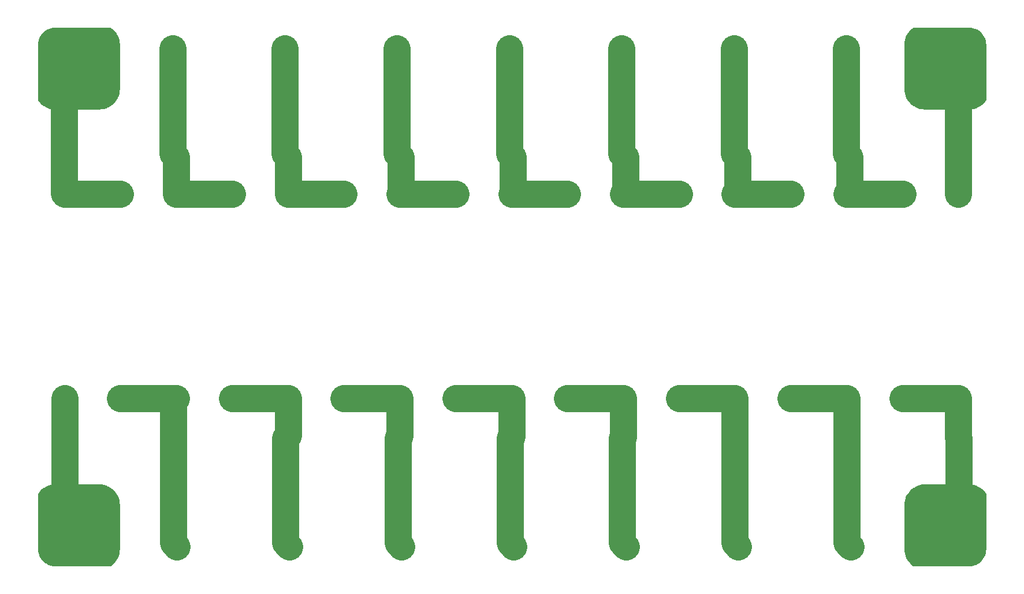
<source format=gbr>
%TF.GenerationSoftware,KiCad,Pcbnew,8.0.3*%
%TF.CreationDate,2025-04-22T09:56:44+02:00*%
%TF.ProjectId,cascade,63617363-6164-4652-9e6b-696361645f70,rev?*%
%TF.SameCoordinates,Original*%
%TF.FileFunction,Copper,L2,Bot*%
%TF.FilePolarity,Positive*%
%FSLAX46Y46*%
G04 Gerber Fmt 4.6, Leading zero omitted, Abs format (unit mm)*
G04 Created by KiCad (PCBNEW 8.0.3) date 2025-04-22 09:56:44*
%MOMM*%
%LPD*%
G01*
G04 APERTURE LIST*
%TA.AperFunction,ComponentPad*%
%ADD10R,2.500000X2.500000*%
%TD*%
%TA.AperFunction,ComponentPad*%
%ADD11O,2.500000X2.500000*%
%TD*%
%TA.AperFunction,ComponentPad*%
%ADD12C,2.400000*%
%TD*%
%TA.AperFunction,Conductor*%
%ADD13C,4.000000*%
%TD*%
G04 APERTURE END LIST*
D10*
%TO.P,D16,1,K*%
%TO.N,Net-(D15-A)*%
X177222208Y-64899998D03*
D11*
%TO.P,D16,2,A*%
%TO.N,/HV*%
X177222208Y-94899997D03*
%TD*%
D12*
%TO.P,C7,1*%
%TO.N,Net-(D6-A)*%
X103771426Y-116600000D03*
%TO.P,C7,2*%
%TO.N,Net-(D8-A)*%
X119681329Y-100690097D03*
%TD*%
%TO.P,C10,1*%
%TO.N,Net-(D10-K)*%
X120128568Y-59500000D03*
%TO.P,C10,2*%
%TO.N,Net-(D11-A)*%
X136038471Y-43590097D03*
%TD*%
D10*
%TO.P,D12,1,K*%
%TO.N,Net-(D11-A)*%
X144466656Y-64899998D03*
D11*
%TO.P,D12,2,A*%
%TO.N,Net-(D12-A)*%
X144466656Y-94899997D03*
%TD*%
D12*
%TO.P,C4,1*%
%TO.N,Net-(D3-A)*%
X70757142Y-59500000D03*
%TO.P,C4,2*%
%TO.N,Net-(D5-A)*%
X86667045Y-43590097D03*
%TD*%
%TO.P,C9,1*%
%TO.N,Net-(D8-A)*%
X120228568Y-116600000D03*
%TO.P,C9,2*%
%TO.N,Net-(D10-A)*%
X136138471Y-100690097D03*
%TD*%
%TO.P,C3,1*%
%TO.N,Net-(D2-A)*%
X70857142Y-116600000D03*
%TO.P,C3,2*%
%TO.N,Net-(D4-A)*%
X86767045Y-100690097D03*
%TD*%
%TO.P,C6,1*%
%TO.N,Net-(D5-A)*%
X87214284Y-59500000D03*
%TO.P,C6,2*%
%TO.N,Net-(D7-A)*%
X103124187Y-43590097D03*
%TD*%
D10*
%TO.P,D1,1,K*%
%TO.N,GND*%
X54388888Y-94899999D03*
D11*
%TO.P,D1,2,A*%
%TO.N,/Vin+*%
X54388888Y-64900000D03*
%TD*%
D10*
%TO.P,D13,1,K*%
%TO.N,Net-(D12-A)*%
X152655544Y-94899999D03*
D11*
%TO.P,D13,2,A*%
%TO.N,Net-(D13-A)*%
X152655544Y-64900000D03*
%TD*%
D10*
%TO.P,D15,1,K*%
%TO.N,Net-(D14-A)*%
X169033320Y-94899999D03*
D11*
%TO.P,D15,2,A*%
%TO.N,Net-(D15-A)*%
X169033320Y-64900000D03*
%TD*%
D12*
%TO.P,C5,1*%
%TO.N,Net-(D4-A)*%
X87314284Y-116600000D03*
%TO.P,C5,2*%
%TO.N,Net-(D6-A)*%
X103224187Y-100690097D03*
%TD*%
%TO.P,C2,1*%
%TO.N,/Vin+*%
X54300000Y-59500000D03*
%TO.P,C2,2*%
%TO.N,Net-(D3-A)*%
X70209903Y-43590097D03*
%TD*%
D10*
%TO.P,D4,1,K*%
%TO.N,Net-(D3-A)*%
X78955552Y-64899998D03*
D11*
%TO.P,D4,2,A*%
%TO.N,Net-(D4-A)*%
X78955552Y-94899997D03*
%TD*%
D12*
%TO.P,C1,1*%
%TO.N,GND*%
X54400000Y-116600000D03*
%TO.P,C1,2*%
%TO.N,Net-(D2-A)*%
X70309903Y-100690097D03*
%TD*%
%TO.P,C13,1*%
%TO.N,Net-(D12-A)*%
X153142852Y-116600000D03*
%TO.P,C13,2*%
%TO.N,Net-(D14-A)*%
X169052755Y-100690097D03*
%TD*%
D10*
%TO.P,D5,1,K*%
%TO.N,Net-(D4-A)*%
X87144440Y-94899999D03*
D11*
%TO.P,D5,2,A*%
%TO.N,Net-(D5-A)*%
X87144440Y-64900000D03*
%TD*%
D10*
%TO.P,D3,1,K*%
%TO.N,Net-(D2-A)*%
X70766664Y-94899999D03*
D11*
%TO.P,D3,2,A*%
%TO.N,Net-(D3-A)*%
X70766664Y-64900000D03*
%TD*%
D12*
%TO.P,C12,1*%
%TO.N,Net-(D11-A)*%
X136585710Y-59500000D03*
%TO.P,C12,2*%
%TO.N,Net-(D13-A)*%
X152495613Y-43590097D03*
%TD*%
%TO.P,C8,1*%
%TO.N,Net-(D7-A)*%
X103671426Y-59500000D03*
%TO.P,C8,2*%
%TO.N,Net-(D10-K)*%
X119581329Y-43590097D03*
%TD*%
D10*
%TO.P,D14,1,K*%
%TO.N,Net-(D13-A)*%
X160844432Y-64899998D03*
D11*
%TO.P,D14,2,A*%
%TO.N,Net-(D14-A)*%
X160844432Y-94899997D03*
%TD*%
D12*
%TO.P,C15,1*%
%TO.N,Net-(D14-A)*%
X169599994Y-116600000D03*
%TO.P,C15,2*%
%TO.N,/HV*%
X185509897Y-100690097D03*
%TD*%
D10*
%TO.P,D8,1,K*%
%TO.N,Net-(D7-A)*%
X111711104Y-64899998D03*
D11*
%TO.P,D8,2,A*%
%TO.N,Net-(D8-A)*%
X111711104Y-94899997D03*
%TD*%
D10*
%TO.P,D7,1,K*%
%TO.N,Net-(D6-A)*%
X103522216Y-94899999D03*
D11*
%TO.P,D7,2,A*%
%TO.N,Net-(D7-A)*%
X103522216Y-64900000D03*
%TD*%
D12*
%TO.P,C11,1*%
%TO.N,Net-(D10-A)*%
X136685710Y-116600000D03*
%TO.P,C11,2*%
%TO.N,Net-(D12-A)*%
X152595613Y-100690097D03*
%TD*%
D10*
%TO.P,D9,1,K*%
%TO.N,Net-(D8-A)*%
X119899992Y-94899999D03*
D11*
%TO.P,D9,2,A*%
%TO.N,Net-(D10-K)*%
X119899992Y-64900000D03*
%TD*%
D10*
%TO.P,D2,1,K*%
%TO.N,/Vin+*%
X62577776Y-64899998D03*
D11*
%TO.P,D2,2,A*%
%TO.N,Net-(D2-A)*%
X62577776Y-94899997D03*
%TD*%
D12*
%TO.P,C14,1*%
%TO.N,Net-(D13-A)*%
X153042852Y-59500000D03*
%TO.P,C14,2*%
%TO.N,Net-(D15-A)*%
X168952755Y-43590097D03*
%TD*%
D10*
%TO.P,D6,1,K*%
%TO.N,Net-(D5-A)*%
X95333328Y-64899998D03*
D11*
%TO.P,D6,1.5,A*%
%TO.N,Net-(D6-A)*%
X95333328Y-94899997D03*
%TD*%
D10*
%TO.P,D11,1,K*%
%TO.N,Net-(D10-A)*%
X136277768Y-94899999D03*
D11*
%TO.P,D11,2,A*%
%TO.N,Net-(D11-A)*%
X136277768Y-64900000D03*
%TD*%
D10*
%TO.P,D10,1,K*%
%TO.N,Net-(D10-K)*%
X128088880Y-64899998D03*
D11*
%TO.P,D10,2,A*%
%TO.N,Net-(D10-A)*%
X128088880Y-94899997D03*
%TD*%
D12*
%TO.P,C16,1*%
%TO.N,Net-(D15-A)*%
X169499994Y-59500000D03*
%TO.P,C16,2*%
%TO.N,/Dummy*%
X185409897Y-43590097D03*
%TD*%
D10*
%TO.P,D17,1,K*%
%TO.N,/HV*%
X185411096Y-94899999D03*
D11*
%TO.P,D17,2,A*%
%TO.N,/Dummy*%
X185411096Y-64900000D03*
%TD*%
D13*
%TO.N,Net-(D2-A)*%
X62577776Y-94899997D02*
X70766662Y-94899997D01*
X70309903Y-95356760D02*
X70766664Y-94899999D01*
X70766662Y-94899997D02*
X70766664Y-94899999D01*
X70309903Y-100690097D02*
X70309903Y-116052761D01*
X70309903Y-116052761D02*
X70857142Y-116600000D01*
X70309903Y-100690097D02*
X70309903Y-95356760D01*
%TO.N,GND*%
X54388888Y-116588888D02*
X54400000Y-116600000D01*
X54388888Y-94899999D02*
X54388888Y-116588888D01*
%TO.N,/Vin+*%
X62577774Y-64900000D02*
X62577776Y-64899998D01*
X54300000Y-59500000D02*
X54300000Y-64811112D01*
X54300000Y-64811112D02*
X54388888Y-64900000D01*
X54388888Y-64900000D02*
X62577774Y-64900000D01*
X54300000Y-59500000D02*
X54300000Y-50700000D01*
%TO.N,Net-(D3-A)*%
X78955550Y-64900000D02*
X78955552Y-64899998D01*
X70766664Y-64900000D02*
X78955550Y-64900000D01*
X70209903Y-43590097D02*
X70209903Y-58952761D01*
X70757142Y-59500000D02*
X70757142Y-64890478D01*
X70209903Y-58952761D02*
X70757142Y-59500000D01*
X70757142Y-64890478D02*
X70766664Y-64900000D01*
%TO.N,Net-(D4-A)*%
X87144440Y-94899999D02*
X87144440Y-100312702D01*
X87144438Y-94899997D02*
X87144440Y-94899999D01*
X78955552Y-94899997D02*
X87144438Y-94899997D01*
X86767045Y-116052761D02*
X87314284Y-116600000D01*
X86767045Y-100690097D02*
X86767045Y-116052761D01*
X87144440Y-100312702D02*
X86767045Y-100690097D01*
%TO.N,Net-(D5-A)*%
X86667045Y-58952761D02*
X87214284Y-59500000D01*
X87144440Y-64900000D02*
X95333326Y-64900000D01*
X87214284Y-59500000D02*
X87214284Y-64830156D01*
X95333326Y-64900000D02*
X95333328Y-64899998D01*
X86667045Y-43590097D02*
X86667045Y-58952761D01*
X87214284Y-64830156D02*
X87144440Y-64900000D01*
%TO.N,Net-(D6-A)*%
X95333328Y-94899997D02*
X103522214Y-94899997D01*
X103522214Y-94899997D02*
X103522216Y-94899999D01*
X103224187Y-100690097D02*
X103224187Y-116052761D01*
X103224187Y-116052761D02*
X103771426Y-116600000D01*
X103522216Y-94899999D02*
X103522216Y-100392068D01*
X103522216Y-100392068D02*
X103224187Y-100690097D01*
%TO.N,Net-(D7-A)*%
X103124187Y-43590097D02*
X103124187Y-58952761D01*
X103522216Y-64900000D02*
X111711102Y-64900000D01*
X103671426Y-64750790D02*
X103522216Y-64900000D01*
X111711102Y-64900000D02*
X111711104Y-64899998D01*
X103124187Y-58952761D02*
X103671426Y-59500000D01*
X103671426Y-59500000D02*
X103671426Y-64750790D01*
%TO.N,Net-(D8-A)*%
X119899992Y-100471434D02*
X119681329Y-100690097D01*
X111711104Y-94899997D02*
X119899990Y-94899997D01*
X119681329Y-116052761D02*
X120228568Y-116600000D01*
X119681329Y-100690097D02*
X119681329Y-116052761D01*
X119899990Y-94899997D02*
X119899992Y-94899999D01*
X119899992Y-94899999D02*
X119899992Y-100471434D01*
%TO.N,Net-(D10-K)*%
X119581329Y-43590097D02*
X119581329Y-58952761D01*
X128088878Y-64900000D02*
X128088880Y-64899998D01*
X119899992Y-64900000D02*
X128088878Y-64900000D01*
X120128568Y-64671424D02*
X119899992Y-64900000D01*
X119581329Y-58952761D02*
X120128568Y-59500000D01*
X120128568Y-59500000D02*
X120128568Y-64671424D01*
%TO.N,Net-(D10-A)*%
X136277766Y-94899997D02*
X136277768Y-94899999D01*
X136138471Y-100690097D02*
X136138471Y-116052761D01*
X128088880Y-94899997D02*
X136277766Y-94899997D01*
X136277768Y-94899999D02*
X136277768Y-100550800D01*
X136277768Y-100550800D02*
X136138471Y-100690097D01*
X136138471Y-116052761D02*
X136685710Y-116600000D01*
%TO.N,Net-(D11-A)*%
X136038471Y-58952761D02*
X136585710Y-59500000D01*
X136038471Y-43590097D02*
X136038471Y-58952761D01*
X144466654Y-64900000D02*
X144466656Y-64899998D01*
X136585710Y-64592058D02*
X136277768Y-64900000D01*
X136277768Y-64900000D02*
X144466654Y-64900000D01*
X136585710Y-59500000D02*
X136585710Y-64592058D01*
%TO.N,Net-(D12-A)*%
X152655544Y-94899999D02*
X152655544Y-100630166D01*
X152595613Y-100690097D02*
X152595613Y-116052761D01*
X152655544Y-100630166D02*
X152595613Y-100690097D01*
X144466656Y-94899997D02*
X152655542Y-94899997D01*
X152595613Y-116052761D02*
X153142852Y-116600000D01*
X152655542Y-94899997D02*
X152655544Y-94899999D01*
%TO.N,Net-(D13-A)*%
X153042852Y-59500000D02*
X153042852Y-64512692D01*
X153042852Y-64512692D02*
X152655544Y-64900000D01*
X152655544Y-64900000D02*
X160844430Y-64900000D01*
X152495613Y-43590097D02*
X152495613Y-58952761D01*
X152495613Y-58952761D02*
X153042852Y-59500000D01*
X160844430Y-64900000D02*
X160844432Y-64899998D01*
%TO.N,Net-(D14-A)*%
X169033318Y-94899997D02*
X169033320Y-94899999D01*
X169052755Y-100690097D02*
X169052755Y-116052761D01*
X169052755Y-116052761D02*
X169599994Y-116600000D01*
X169033320Y-94899999D02*
X169033320Y-100670662D01*
X160844432Y-94899997D02*
X169033318Y-94899997D01*
X169033320Y-100670662D02*
X169052755Y-100690097D01*
%TO.N,Net-(D15-A)*%
X169033320Y-64900000D02*
X177222206Y-64900000D01*
X169499994Y-64433326D02*
X169033320Y-64900000D01*
X177222206Y-64900000D02*
X177222208Y-64899998D01*
X169499994Y-59500000D02*
X169499994Y-64433326D01*
X168952755Y-58952761D02*
X169499994Y-59500000D01*
X168952755Y-43590097D02*
X168952755Y-58952761D01*
%TO.N,/HV*%
X177222208Y-94899997D02*
X185411094Y-94899997D01*
X185411096Y-94899999D02*
X185411096Y-100591296D01*
X185411094Y-94899997D02*
X185411096Y-94899999D01*
X185509897Y-100690097D02*
X185509897Y-109490103D01*
X185411096Y-100591296D02*
X185509897Y-100690097D01*
%TO.N,/Dummy*%
X185409897Y-64898801D02*
X185411096Y-64900000D01*
X185409897Y-43590097D02*
X185409897Y-64898801D01*
%TD*%
%TA.AperFunction,Conductor*%
%TO.N,GND*%
G36*
X59503471Y-107500195D02*
G01*
X59544136Y-107502478D01*
X59828949Y-107518473D01*
X59842748Y-107520027D01*
X60160695Y-107574049D01*
X60174252Y-107577143D01*
X60484148Y-107666423D01*
X60497272Y-107671016D01*
X60795215Y-107794427D01*
X60807737Y-107800456D01*
X61090006Y-107956461D01*
X61101779Y-107963859D01*
X61364789Y-108150475D01*
X61375649Y-108159135D01*
X61616127Y-108374039D01*
X61625960Y-108383872D01*
X61840859Y-108624344D01*
X61849528Y-108635216D01*
X62036139Y-108898219D01*
X62043538Y-108909993D01*
X62199539Y-109192255D01*
X62205572Y-109204784D01*
X62328983Y-109502727D01*
X62333576Y-109515851D01*
X62422856Y-109825747D01*
X62425950Y-109839304D01*
X62479970Y-110157240D01*
X62481527Y-110171058D01*
X62499805Y-110496527D01*
X62500000Y-110503480D01*
X62500000Y-116996519D01*
X62499805Y-117003472D01*
X62481527Y-117328941D01*
X62479970Y-117342759D01*
X62425950Y-117660695D01*
X62422856Y-117674252D01*
X62333576Y-117984148D01*
X62328983Y-117997272D01*
X62205572Y-118295215D01*
X62199539Y-118307744D01*
X62043538Y-118590006D01*
X62036139Y-118601780D01*
X61849528Y-118864783D01*
X61840859Y-118875655D01*
X61625960Y-119116127D01*
X61616127Y-119125960D01*
X61375655Y-119340859D01*
X61364786Y-119349525D01*
X61185651Y-119476629D01*
X61119587Y-119499369D01*
X61113897Y-119499500D01*
X53003751Y-119499500D01*
X52996264Y-119499274D01*
X52706205Y-119481728D01*
X52691340Y-119479923D01*
X52409201Y-119428219D01*
X52394663Y-119424635D01*
X52120832Y-119339306D01*
X52106831Y-119333997D01*
X51845263Y-119216275D01*
X51832004Y-119209316D01*
X51694116Y-119125960D01*
X51586537Y-119060926D01*
X51574217Y-119052422D01*
X51348426Y-118875526D01*
X51337218Y-118865596D01*
X51134403Y-118662781D01*
X51124473Y-118651573D01*
X51085463Y-118601780D01*
X50947573Y-118425776D01*
X50939075Y-118413465D01*
X50790680Y-118167989D01*
X50783727Y-118154743D01*
X50666000Y-117893163D01*
X50660693Y-117879167D01*
X50575364Y-117605336D01*
X50571780Y-117590798D01*
X50520076Y-117308659D01*
X50518271Y-117293794D01*
X50500726Y-117003736D01*
X50500500Y-116996249D01*
X50500500Y-116350000D01*
X52713968Y-116350000D01*
X53851518Y-116350000D01*
X53840889Y-116368409D01*
X53800000Y-116521009D01*
X53800000Y-116678991D01*
X53840889Y-116831591D01*
X53851518Y-116850000D01*
X52713968Y-116850000D01*
X52714274Y-116854079D01*
X52714275Y-116854086D01*
X52770967Y-117102475D01*
X52770973Y-117102494D01*
X52864058Y-117339671D01*
X52864057Y-117339671D01*
X52991455Y-117560328D01*
X53150320Y-117759540D01*
X53337097Y-117932842D01*
X53547616Y-118076371D01*
X53547624Y-118076376D01*
X53777176Y-118186921D01*
X53777174Y-118186921D01*
X54020652Y-118262024D01*
X54020660Y-118262026D01*
X54150000Y-118281520D01*
X54150000Y-117148482D01*
X54168409Y-117159111D01*
X54321009Y-117200000D01*
X54478991Y-117200000D01*
X54631591Y-117159111D01*
X54650000Y-117148482D01*
X54650000Y-118281519D01*
X54779339Y-118262026D01*
X54779347Y-118262024D01*
X55022824Y-118186921D01*
X55252376Y-118076376D01*
X55252377Y-118076375D01*
X55462905Y-117932840D01*
X55649679Y-117759540D01*
X55808544Y-117560328D01*
X55935941Y-117339671D01*
X56029026Y-117102494D01*
X56029032Y-117102475D01*
X56085724Y-116854086D01*
X56085725Y-116854079D01*
X56086032Y-116850000D01*
X54948482Y-116850000D01*
X54959111Y-116831591D01*
X55000000Y-116678991D01*
X55000000Y-116521009D01*
X54959111Y-116368409D01*
X54948482Y-116350000D01*
X56086031Y-116350000D01*
X56085725Y-116345920D01*
X56085724Y-116345913D01*
X56029032Y-116097524D01*
X56029026Y-116097505D01*
X55935941Y-115860328D01*
X55935942Y-115860328D01*
X55808544Y-115639671D01*
X55649679Y-115440459D01*
X55462905Y-115267159D01*
X55252377Y-115123624D01*
X55252376Y-115123623D01*
X55022823Y-115013078D01*
X55022825Y-115013078D01*
X54779354Y-114937977D01*
X54779348Y-114937976D01*
X54650000Y-114918479D01*
X54650000Y-116051517D01*
X54631591Y-116040889D01*
X54478991Y-116000000D01*
X54321009Y-116000000D01*
X54168409Y-116040889D01*
X54150000Y-116051517D01*
X54150000Y-114918479D01*
X54020651Y-114937976D01*
X54020645Y-114937977D01*
X53777175Y-115013078D01*
X53547624Y-115123623D01*
X53547616Y-115123628D01*
X53337097Y-115267157D01*
X53150320Y-115440459D01*
X52991455Y-115639671D01*
X52864058Y-115860328D01*
X52770973Y-116097505D01*
X52770967Y-116097524D01*
X52714275Y-116345913D01*
X52714274Y-116345920D01*
X52713968Y-116350000D01*
X50500500Y-116350000D01*
X50500500Y-108886102D01*
X50520185Y-108819063D01*
X50523342Y-108814387D01*
X50650490Y-108635190D01*
X50659128Y-108624358D01*
X50874049Y-108383861D01*
X50883861Y-108374049D01*
X51124358Y-108159128D01*
X51135201Y-108150482D01*
X51398228Y-107963854D01*
X51409983Y-107956467D01*
X51692269Y-107800452D01*
X51704775Y-107794430D01*
X52002727Y-107671016D01*
X52015847Y-107666424D01*
X52325753Y-107577141D01*
X52339299Y-107574049D01*
X52657253Y-107520027D01*
X52671048Y-107518473D01*
X52959283Y-107502286D01*
X52996529Y-107500195D01*
X53003481Y-107500000D01*
X59496519Y-107500000D01*
X59503471Y-107500195D01*
G37*
%TD.AperFunction*%
%TD*%
%TA.AperFunction,Conductor*%
%TO.N,/Dummy*%
G36*
X187003736Y-40500726D02*
G01*
X187293796Y-40518271D01*
X187308659Y-40520076D01*
X187590798Y-40571780D01*
X187605335Y-40575363D01*
X187879172Y-40660695D01*
X187893163Y-40666000D01*
X188154743Y-40783727D01*
X188167989Y-40790680D01*
X188413465Y-40939075D01*
X188425776Y-40947573D01*
X188651426Y-41124358D01*
X188651573Y-41124473D01*
X188662781Y-41134403D01*
X188865596Y-41337218D01*
X188875526Y-41348426D01*
X188995481Y-41501538D01*
X189052422Y-41574217D01*
X189060928Y-41586540D01*
X189209316Y-41832004D01*
X189216275Y-41845263D01*
X189333997Y-42106831D01*
X189339306Y-42120832D01*
X189424635Y-42394663D01*
X189428219Y-42409201D01*
X189479923Y-42691340D01*
X189481728Y-42706205D01*
X189499274Y-42996263D01*
X189499500Y-43003750D01*
X189499500Y-51113895D01*
X189479815Y-51180934D01*
X189476629Y-51185651D01*
X189349523Y-51364789D01*
X189340854Y-51375660D01*
X189125960Y-51616127D01*
X189116127Y-51625960D01*
X188875655Y-51840859D01*
X188864783Y-51849528D01*
X188601780Y-52036139D01*
X188590006Y-52043538D01*
X188307744Y-52199539D01*
X188295215Y-52205572D01*
X187997272Y-52328983D01*
X187984148Y-52333576D01*
X187674252Y-52422856D01*
X187660695Y-52425950D01*
X187342759Y-52479970D01*
X187328941Y-52481527D01*
X187003472Y-52499805D01*
X186996519Y-52500000D01*
X180503481Y-52500000D01*
X180496528Y-52499805D01*
X180171058Y-52481527D01*
X180157240Y-52479970D01*
X179839304Y-52425950D01*
X179825747Y-52422856D01*
X179515851Y-52333576D01*
X179502727Y-52328983D01*
X179204784Y-52205572D01*
X179192255Y-52199539D01*
X178909993Y-52043538D01*
X178898219Y-52036139D01*
X178635216Y-51849528D01*
X178624344Y-51840859D01*
X178383872Y-51625960D01*
X178374039Y-51616127D01*
X178159135Y-51375649D01*
X178150475Y-51364789D01*
X177963859Y-51101779D01*
X177956461Y-51090006D01*
X177800460Y-50807744D01*
X177794427Y-50795215D01*
X177671016Y-50497272D01*
X177666423Y-50484148D01*
X177577143Y-50174252D01*
X177574049Y-50160695D01*
X177520027Y-49842748D01*
X177518473Y-49828949D01*
X177500195Y-49503471D01*
X177500000Y-49496519D01*
X177500000Y-43340097D01*
X183723865Y-43340097D01*
X184861415Y-43340097D01*
X184850786Y-43358506D01*
X184809897Y-43511106D01*
X184809897Y-43669088D01*
X184850786Y-43821688D01*
X184861415Y-43840097D01*
X183723865Y-43840097D01*
X183724171Y-43844176D01*
X183724172Y-43844183D01*
X183780864Y-44092572D01*
X183780870Y-44092591D01*
X183873955Y-44329768D01*
X183873954Y-44329768D01*
X184001352Y-44550425D01*
X184160217Y-44749637D01*
X184346994Y-44922939D01*
X184557513Y-45066468D01*
X184557521Y-45066473D01*
X184787073Y-45177018D01*
X184787071Y-45177018D01*
X185030549Y-45252121D01*
X185030557Y-45252123D01*
X185159897Y-45271617D01*
X185159897Y-44138579D01*
X185178306Y-44149208D01*
X185330906Y-44190097D01*
X185488888Y-44190097D01*
X185641488Y-44149208D01*
X185659897Y-44138579D01*
X185659897Y-45271616D01*
X185789236Y-45252123D01*
X185789244Y-45252121D01*
X186032721Y-45177018D01*
X186262273Y-45066473D01*
X186262274Y-45066472D01*
X186472802Y-44922937D01*
X186659576Y-44749637D01*
X186818441Y-44550425D01*
X186945838Y-44329768D01*
X187038923Y-44092591D01*
X187038929Y-44092572D01*
X187095621Y-43844183D01*
X187095622Y-43844176D01*
X187095929Y-43840097D01*
X185958379Y-43840097D01*
X185969008Y-43821688D01*
X186009897Y-43669088D01*
X186009897Y-43511106D01*
X185969008Y-43358506D01*
X185958379Y-43340097D01*
X187095928Y-43340097D01*
X187095622Y-43336017D01*
X187095621Y-43336010D01*
X187038929Y-43087621D01*
X187038923Y-43087602D01*
X186945838Y-42850425D01*
X186945839Y-42850425D01*
X186818441Y-42629768D01*
X186659576Y-42430556D01*
X186472802Y-42257256D01*
X186262274Y-42113721D01*
X186262273Y-42113720D01*
X186032720Y-42003175D01*
X186032722Y-42003175D01*
X185789251Y-41928074D01*
X185789245Y-41928073D01*
X185659897Y-41908576D01*
X185659897Y-43041614D01*
X185641488Y-43030986D01*
X185488888Y-42990097D01*
X185330906Y-42990097D01*
X185178306Y-43030986D01*
X185159897Y-43041614D01*
X185159897Y-41908576D01*
X185030548Y-41928073D01*
X185030542Y-41928074D01*
X184787072Y-42003175D01*
X184557521Y-42113720D01*
X184557513Y-42113725D01*
X184346994Y-42257254D01*
X184160217Y-42430556D01*
X184001352Y-42629768D01*
X183873955Y-42850425D01*
X183780870Y-43087602D01*
X183780864Y-43087621D01*
X183724172Y-43336010D01*
X183724171Y-43336017D01*
X183723865Y-43340097D01*
X177500000Y-43340097D01*
X177500000Y-43003480D01*
X177500195Y-42996528D01*
X177508400Y-42850425D01*
X177518473Y-42671048D01*
X177520027Y-42657253D01*
X177574049Y-42339299D01*
X177577143Y-42325747D01*
X177636179Y-42120832D01*
X177666424Y-42015847D01*
X177671016Y-42002727D01*
X177710014Y-41908576D01*
X177794430Y-41704775D01*
X177800452Y-41692269D01*
X177956467Y-41409983D01*
X177963854Y-41398228D01*
X178150482Y-41135201D01*
X178159128Y-41124358D01*
X178374049Y-40883861D01*
X178383861Y-40874049D01*
X178624358Y-40659128D01*
X178635190Y-40650490D01*
X178814349Y-40523369D01*
X178880414Y-40500631D01*
X178886103Y-40500500D01*
X186934108Y-40500500D01*
X186996249Y-40500500D01*
X187003736Y-40500726D01*
G37*
%TD.AperFunction*%
%TD*%
%TA.AperFunction,Conductor*%
%TO.N,/HV*%
G36*
X187003471Y-107500195D02*
G01*
X187044136Y-107502478D01*
X187328949Y-107518473D01*
X187342748Y-107520027D01*
X187660695Y-107574049D01*
X187674252Y-107577143D01*
X187984148Y-107666423D01*
X187997272Y-107671016D01*
X188295215Y-107794427D01*
X188307737Y-107800456D01*
X188590006Y-107956461D01*
X188601779Y-107963859D01*
X188864789Y-108150475D01*
X188875649Y-108159135D01*
X189116127Y-108374039D01*
X189125960Y-108383872D01*
X189340859Y-108624344D01*
X189349519Y-108635204D01*
X189476630Y-108814349D01*
X189499369Y-108880412D01*
X189499500Y-108886102D01*
X189499500Y-116996249D01*
X189499274Y-117003736D01*
X189481728Y-117293794D01*
X189479923Y-117308659D01*
X189428219Y-117590798D01*
X189424635Y-117605336D01*
X189339306Y-117879167D01*
X189333997Y-117893168D01*
X189216275Y-118154736D01*
X189209316Y-118167995D01*
X189060928Y-118413459D01*
X189052422Y-118425782D01*
X188875526Y-118651573D01*
X188865596Y-118662781D01*
X188662781Y-118865596D01*
X188651573Y-118875526D01*
X188425782Y-119052422D01*
X188413459Y-119060928D01*
X188167995Y-119209316D01*
X188154736Y-119216275D01*
X187893168Y-119333997D01*
X187879167Y-119339306D01*
X187605336Y-119424635D01*
X187590798Y-119428219D01*
X187308659Y-119479923D01*
X187293794Y-119481728D01*
X187003736Y-119499274D01*
X186996249Y-119499500D01*
X178886103Y-119499500D01*
X178819064Y-119479815D01*
X178814368Y-119476643D01*
X178635201Y-119349517D01*
X178624344Y-119340859D01*
X178622606Y-119339306D01*
X178383870Y-119125958D01*
X178374039Y-119116127D01*
X178159140Y-118875655D01*
X178150475Y-118864789D01*
X177963859Y-118601779D01*
X177956461Y-118590006D01*
X177879091Y-118450015D01*
X177800456Y-118307737D01*
X177794427Y-118295215D01*
X177671016Y-117997272D01*
X177666423Y-117984148D01*
X177577143Y-117674252D01*
X177574049Y-117660695D01*
X177562173Y-117590798D01*
X177520027Y-117342748D01*
X177518473Y-117328949D01*
X177500195Y-117003471D01*
X177500000Y-116996519D01*
X177500000Y-110503480D01*
X177500195Y-110496528D01*
X177500800Y-110485753D01*
X177518473Y-110171048D01*
X177520027Y-110157253D01*
X177574049Y-109839299D01*
X177577143Y-109825747D01*
X177666423Y-109515851D01*
X177671016Y-109502727D01*
X177694728Y-109445479D01*
X177794430Y-109204775D01*
X177800452Y-109192269D01*
X177956467Y-108909983D01*
X177963854Y-108898228D01*
X178150482Y-108635201D01*
X178159128Y-108624358D01*
X178374049Y-108383861D01*
X178383861Y-108374049D01*
X178624358Y-108159128D01*
X178635201Y-108150482D01*
X178898228Y-107963854D01*
X178909983Y-107956467D01*
X179192269Y-107800452D01*
X179204775Y-107794430D01*
X179502727Y-107671016D01*
X179515847Y-107666424D01*
X179825753Y-107577141D01*
X179839299Y-107574049D01*
X180157253Y-107520027D01*
X180171048Y-107518473D01*
X180459283Y-107502286D01*
X180496529Y-107500195D01*
X180503481Y-107500000D01*
X186996519Y-107500000D01*
X187003471Y-107500195D01*
G37*
%TD.AperFunction*%
%TD*%
%TA.AperFunction,Conductor*%
%TO.N,/Vin+*%
G36*
X61180936Y-40520185D02*
G01*
X61185631Y-40523356D01*
X61364800Y-40650484D01*
X61375649Y-40659135D01*
X61616127Y-40874039D01*
X61625960Y-40883872D01*
X61840859Y-41124344D01*
X61849528Y-41135216D01*
X62036139Y-41398219D01*
X62043538Y-41409993D01*
X62199539Y-41692255D01*
X62205572Y-41704784D01*
X62328983Y-42002727D01*
X62333576Y-42015851D01*
X62422856Y-42325747D01*
X62425950Y-42339304D01*
X62479970Y-42657240D01*
X62481527Y-42671058D01*
X62499805Y-42996527D01*
X62500000Y-43003480D01*
X62500000Y-49496519D01*
X62499805Y-49503472D01*
X62481527Y-49828941D01*
X62479970Y-49842759D01*
X62425950Y-50160695D01*
X62422856Y-50174252D01*
X62333576Y-50484148D01*
X62328983Y-50497272D01*
X62205572Y-50795215D01*
X62199539Y-50807744D01*
X62043538Y-51090006D01*
X62036139Y-51101780D01*
X61849528Y-51364783D01*
X61840859Y-51375655D01*
X61625960Y-51616127D01*
X61616127Y-51625960D01*
X61375655Y-51840859D01*
X61364783Y-51849528D01*
X61101780Y-52036139D01*
X61090006Y-52043538D01*
X60807744Y-52199539D01*
X60795215Y-52205572D01*
X60497272Y-52328983D01*
X60484148Y-52333576D01*
X60174252Y-52422856D01*
X60160695Y-52425950D01*
X59842759Y-52479970D01*
X59828941Y-52481527D01*
X59503472Y-52499805D01*
X59496519Y-52500000D01*
X53003481Y-52500000D01*
X52996528Y-52499805D01*
X52671058Y-52481527D01*
X52657240Y-52479970D01*
X52339304Y-52425950D01*
X52325747Y-52422856D01*
X52015851Y-52333576D01*
X52002727Y-52328983D01*
X51704784Y-52205572D01*
X51692255Y-52199539D01*
X51409993Y-52043538D01*
X51398219Y-52036139D01*
X51135216Y-51849528D01*
X51124344Y-51840859D01*
X50883872Y-51625960D01*
X50874039Y-51616127D01*
X50659145Y-51375660D01*
X50650475Y-51364788D01*
X50650471Y-51364783D01*
X50635794Y-51344098D01*
X50523370Y-51185650D01*
X50500631Y-51119585D01*
X50500500Y-51113895D01*
X50500500Y-43003750D01*
X50500726Y-42996263D01*
X50518271Y-42706205D01*
X50520076Y-42691340D01*
X50571780Y-42409201D01*
X50575364Y-42394663D01*
X50652096Y-42148422D01*
X50660696Y-42120822D01*
X50665998Y-42106841D01*
X50783731Y-41845249D01*
X50790676Y-41832016D01*
X50939080Y-41586526D01*
X50947567Y-41574230D01*
X51124480Y-41348417D01*
X51134395Y-41337226D01*
X51337226Y-41134395D01*
X51348417Y-41124480D01*
X51574230Y-40947567D01*
X51586526Y-40939080D01*
X51832016Y-40790676D01*
X51845249Y-40783731D01*
X52106841Y-40665998D01*
X52120822Y-40660696D01*
X52394668Y-40575362D01*
X52409197Y-40571780D01*
X52691344Y-40520075D01*
X52706201Y-40518271D01*
X52996264Y-40500726D01*
X53003751Y-40500500D01*
X61113897Y-40500500D01*
X61180936Y-40520185D01*
G37*
%TD.AperFunction*%
%TD*%
M02*

</source>
